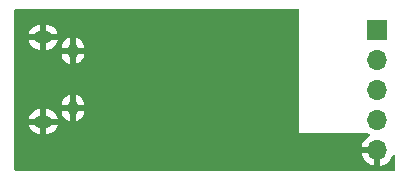
<source format=gbr>
%TF.GenerationSoftware,KiCad,Pcbnew,(6.0.7)*%
%TF.CreationDate,2023-01-05T18:35:14-05:00*%
%TF.ProjectId,Single_Li_Cell_Charger,53696e67-6c65-45f4-9c69-5f43656c6c5f,rev?*%
%TF.SameCoordinates,Original*%
%TF.FileFunction,Copper,L2,Bot*%
%TF.FilePolarity,Positive*%
%FSLAX46Y46*%
G04 Gerber Fmt 4.6, Leading zero omitted, Abs format (unit mm)*
G04 Created by KiCad (PCBNEW (6.0.7)) date 2023-01-05 18:35:14*
%MOMM*%
%LPD*%
G01*
G04 APERTURE LIST*
%TA.AperFunction,ComponentPad*%
%ADD10O,0.900000X1.300000*%
%TD*%
%TA.AperFunction,ComponentPad*%
%ADD11O,1.500000X1.100000*%
%TD*%
%TA.AperFunction,ComponentPad*%
%ADD12O,1.700000X1.700000*%
%TD*%
%TA.AperFunction,ComponentPad*%
%ADD13R,1.700000X1.700000*%
%TD*%
%TA.AperFunction,ViaPad*%
%ADD14C,0.800000*%
%TD*%
G04 APERTURE END LIST*
D10*
%TO.P,J1,6,Shield*%
%TO.N,-BATT*%
X22720000Y-21570000D03*
D11*
X20220000Y-27575000D03*
D10*
X22720000Y-26410000D03*
D11*
X20220000Y-20425000D03*
%TD*%
D12*
%TO.P,J4,5,Pin_5*%
%TO.N,-BATT*%
X48514000Y-29972000D03*
%TO.P,J4,4,Pin_4*%
%TO.N,/PROG*%
X48514000Y-27432000D03*
%TO.P,J4,3,Pin_3*%
%TO.N,/STAT*%
X48514000Y-24892000D03*
%TO.P,J4,2,Pin_2*%
%TO.N,+BATT*%
X48514000Y-22352000D03*
D13*
%TO.P,J4,1,Pin_1*%
%TO.N,VBUS*%
X48514000Y-19812000D03*
%TD*%
D14*
%TO.N,-BATT*%
X40995600Y-21945600D03*
X31242000Y-25908000D03*
X27940000Y-27432000D03*
%TD*%
%TA.AperFunction,Conductor*%
%TO.N,-BATT*%
G36*
X41852121Y-18054502D02*
G01*
X41898614Y-18108158D01*
X41910000Y-18160500D01*
X41910000Y-28575000D01*
X47741543Y-28575000D01*
X47809664Y-28595002D01*
X47856157Y-28648658D01*
X47866261Y-28718932D01*
X47836767Y-28783512D01*
X47799722Y-28812764D01*
X47792458Y-28816545D01*
X47783738Y-28822036D01*
X47613433Y-28949905D01*
X47605726Y-28956748D01*
X47458590Y-29110717D01*
X47452104Y-29118727D01*
X47332098Y-29294649D01*
X47327000Y-29303623D01*
X47237338Y-29496783D01*
X47233775Y-29506470D01*
X47178389Y-29706183D01*
X47179912Y-29714607D01*
X47192292Y-29718000D01*
X48642000Y-29718000D01*
X48710121Y-29738002D01*
X48756614Y-29791658D01*
X48768000Y-29844000D01*
X48768000Y-31290517D01*
X48772064Y-31304359D01*
X48785478Y-31306393D01*
X48792184Y-31305534D01*
X48802262Y-31303392D01*
X49006255Y-31242191D01*
X49015842Y-31238433D01*
X49207095Y-31144739D01*
X49215945Y-31139464D01*
X49389328Y-31015792D01*
X49397200Y-31009139D01*
X49548052Y-30858812D01*
X49554730Y-30850965D01*
X49679003Y-30678020D01*
X49684313Y-30669183D01*
X49778670Y-30478267D01*
X49782469Y-30468672D01*
X49790942Y-30440785D01*
X49829883Y-30381421D01*
X49894737Y-30352534D01*
X49964913Y-30363296D01*
X50018131Y-30410289D01*
X50037500Y-30477414D01*
X50037500Y-31623500D01*
X50017498Y-31691621D01*
X49963842Y-31738114D01*
X49911500Y-31749500D01*
X17906500Y-31749500D01*
X17838379Y-31729498D01*
X17791886Y-31675842D01*
X17780500Y-31623500D01*
X17780500Y-30239966D01*
X47182257Y-30239966D01*
X47212565Y-30374446D01*
X47215645Y-30384275D01*
X47295770Y-30581603D01*
X47300413Y-30590794D01*
X47411694Y-30772388D01*
X47417777Y-30780699D01*
X47557213Y-30941667D01*
X47564580Y-30948883D01*
X47728434Y-31084916D01*
X47736881Y-31090831D01*
X47920756Y-31198279D01*
X47930042Y-31202729D01*
X48129001Y-31278703D01*
X48138899Y-31281579D01*
X48242250Y-31302606D01*
X48256299Y-31301410D01*
X48260000Y-31291065D01*
X48260000Y-30244115D01*
X48255525Y-30228876D01*
X48254135Y-30227671D01*
X48246452Y-30226000D01*
X47197225Y-30226000D01*
X47183694Y-30229973D01*
X47182257Y-30239966D01*
X17780500Y-30239966D01*
X17780500Y-27840768D01*
X18995302Y-27840768D01*
X19032554Y-27967342D01*
X19037147Y-27978710D01*
X19127566Y-28151666D01*
X19134282Y-28161928D01*
X19256568Y-28314020D01*
X19265152Y-28322786D01*
X19414656Y-28448236D01*
X19424767Y-28455160D01*
X19595798Y-28549184D01*
X19607062Y-28554012D01*
X19793095Y-28613025D01*
X19805084Y-28615573D01*
X19951357Y-28631980D01*
X19963124Y-28628525D01*
X19964329Y-28627135D01*
X19966000Y-28619452D01*
X19966000Y-28614709D01*
X20474000Y-28614709D01*
X20478236Y-28629136D01*
X20490589Y-28631197D01*
X20620361Y-28618473D01*
X20632396Y-28616090D01*
X20819223Y-28559683D01*
X20830565Y-28555008D01*
X21002879Y-28463388D01*
X21013095Y-28456601D01*
X21164335Y-28333253D01*
X21173039Y-28324609D01*
X21297438Y-28174237D01*
X21304297Y-28164069D01*
X21397121Y-27992393D01*
X21401871Y-27981093D01*
X21443595Y-27846307D01*
X21443801Y-27832205D01*
X21437045Y-27829000D01*
X20492115Y-27829000D01*
X20476876Y-27833475D01*
X20475671Y-27834865D01*
X20474000Y-27842548D01*
X20474000Y-28614709D01*
X19966000Y-28614709D01*
X19966000Y-27847115D01*
X19961525Y-27831876D01*
X19960135Y-27830671D01*
X19952452Y-27829000D01*
X19009953Y-27829000D01*
X18996422Y-27832973D01*
X18995302Y-27840768D01*
X17780500Y-27840768D01*
X17780500Y-27317795D01*
X18996199Y-27317795D01*
X19002955Y-27321000D01*
X19947885Y-27321000D01*
X19963124Y-27316525D01*
X19964329Y-27315135D01*
X19966000Y-27307452D01*
X19966000Y-27302885D01*
X20474000Y-27302885D01*
X20478475Y-27318124D01*
X20479865Y-27319329D01*
X20487548Y-27321000D01*
X21430047Y-27321000D01*
X21443578Y-27317027D01*
X21444698Y-27309232D01*
X21407446Y-27182658D01*
X21402853Y-27171290D01*
X21312434Y-26998334D01*
X21305718Y-26988072D01*
X21183432Y-26835980D01*
X21174848Y-26827214D01*
X21025344Y-26701764D01*
X21015233Y-26694840D01*
X20989503Y-26680695D01*
X21764240Y-26680695D01*
X21776082Y-26797277D01*
X21778636Y-26809717D01*
X21833016Y-26983244D01*
X21838025Y-26994932D01*
X21926187Y-27153979D01*
X21933438Y-27164412D01*
X22051785Y-27302491D01*
X22060976Y-27311244D01*
X22204680Y-27422711D01*
X22215440Y-27429435D01*
X22378625Y-27509732D01*
X22390519Y-27514155D01*
X22448470Y-27529251D01*
X22462564Y-27528817D01*
X22466000Y-27520636D01*
X22466000Y-27519229D01*
X22974000Y-27519229D01*
X22977973Y-27532760D01*
X22984075Y-27533637D01*
X23136136Y-27477690D01*
X23147549Y-27472123D01*
X23302108Y-27376292D01*
X23312174Y-27368540D01*
X23444303Y-27243592D01*
X23452605Y-27233974D01*
X23556908Y-27085013D01*
X23563108Y-27073919D01*
X23635332Y-26907020D01*
X23639171Y-26894917D01*
X23676675Y-26715400D01*
X23677915Y-26705848D01*
X23678000Y-26702616D01*
X23678000Y-26682115D01*
X23673525Y-26666876D01*
X23672135Y-26665671D01*
X23664452Y-26664000D01*
X22992115Y-26664000D01*
X22976876Y-26668475D01*
X22975671Y-26669865D01*
X22974000Y-26677548D01*
X22974000Y-27519229D01*
X22466000Y-27519229D01*
X22466000Y-26682115D01*
X22461525Y-26666876D01*
X22460135Y-26665671D01*
X22452452Y-26664000D01*
X21780659Y-26664000D01*
X21766299Y-26668216D01*
X21764240Y-26680695D01*
X20989503Y-26680695D01*
X20844202Y-26600816D01*
X20832938Y-26595988D01*
X20646905Y-26536975D01*
X20634916Y-26534427D01*
X20488643Y-26518020D01*
X20476876Y-26521475D01*
X20475671Y-26522865D01*
X20474000Y-26530548D01*
X20474000Y-27302885D01*
X19966000Y-27302885D01*
X19966000Y-26535291D01*
X19961764Y-26520864D01*
X19949411Y-26518803D01*
X19819639Y-26531527D01*
X19807604Y-26533910D01*
X19620777Y-26590317D01*
X19609435Y-26594992D01*
X19437121Y-26686612D01*
X19426905Y-26693399D01*
X19275665Y-26816747D01*
X19266961Y-26825391D01*
X19142562Y-26975763D01*
X19135703Y-26985931D01*
X19042879Y-27157607D01*
X19038129Y-27168907D01*
X18996405Y-27303693D01*
X18996199Y-27317795D01*
X17780500Y-27317795D01*
X17780500Y-26137885D01*
X21762000Y-26137885D01*
X21766475Y-26153124D01*
X21767865Y-26154329D01*
X21775548Y-26156000D01*
X22447885Y-26156000D01*
X22463124Y-26151525D01*
X22464329Y-26150135D01*
X22466000Y-26142452D01*
X22466000Y-26137885D01*
X22974000Y-26137885D01*
X22978475Y-26153124D01*
X22979865Y-26154329D01*
X22987548Y-26156000D01*
X23659341Y-26156000D01*
X23673701Y-26151784D01*
X23675760Y-26139305D01*
X23663918Y-26022723D01*
X23661364Y-26010283D01*
X23606984Y-25836756D01*
X23601975Y-25825068D01*
X23513813Y-25666021D01*
X23506562Y-25655588D01*
X23388215Y-25517509D01*
X23379024Y-25508756D01*
X23235320Y-25397289D01*
X23224560Y-25390565D01*
X23061375Y-25310268D01*
X23049481Y-25305845D01*
X22991530Y-25290749D01*
X22977436Y-25291183D01*
X22974000Y-25299364D01*
X22974000Y-26137885D01*
X22466000Y-26137885D01*
X22466000Y-25300771D01*
X22462027Y-25287240D01*
X22455925Y-25286363D01*
X22303864Y-25342310D01*
X22292451Y-25347877D01*
X22137892Y-25443708D01*
X22127826Y-25451460D01*
X21995697Y-25576408D01*
X21987395Y-25586026D01*
X21883092Y-25734987D01*
X21876892Y-25746081D01*
X21804668Y-25912980D01*
X21800829Y-25925083D01*
X21763325Y-26104600D01*
X21762085Y-26114152D01*
X21762000Y-26117384D01*
X21762000Y-26137885D01*
X17780500Y-26137885D01*
X17780500Y-21840695D01*
X21764240Y-21840695D01*
X21776082Y-21957277D01*
X21778636Y-21969717D01*
X21833016Y-22143244D01*
X21838025Y-22154932D01*
X21926187Y-22313979D01*
X21933438Y-22324412D01*
X22051785Y-22462491D01*
X22060976Y-22471244D01*
X22204680Y-22582711D01*
X22215440Y-22589435D01*
X22378625Y-22669732D01*
X22390519Y-22674155D01*
X22448470Y-22689251D01*
X22462564Y-22688817D01*
X22466000Y-22680636D01*
X22466000Y-22679229D01*
X22974000Y-22679229D01*
X22977973Y-22692760D01*
X22984075Y-22693637D01*
X23136136Y-22637690D01*
X23147549Y-22632123D01*
X23302108Y-22536292D01*
X23312174Y-22528540D01*
X23444303Y-22403592D01*
X23452605Y-22393974D01*
X23556908Y-22245013D01*
X23563108Y-22233919D01*
X23635332Y-22067020D01*
X23639171Y-22054917D01*
X23676675Y-21875400D01*
X23677915Y-21865848D01*
X23678000Y-21862616D01*
X23678000Y-21842115D01*
X23673525Y-21826876D01*
X23672135Y-21825671D01*
X23664452Y-21824000D01*
X22992115Y-21824000D01*
X22976876Y-21828475D01*
X22975671Y-21829865D01*
X22974000Y-21837548D01*
X22974000Y-22679229D01*
X22466000Y-22679229D01*
X22466000Y-21842115D01*
X22461525Y-21826876D01*
X22460135Y-21825671D01*
X22452452Y-21824000D01*
X21780659Y-21824000D01*
X21766299Y-21828216D01*
X21764240Y-21840695D01*
X17780500Y-21840695D01*
X17780500Y-20690768D01*
X18995302Y-20690768D01*
X19032554Y-20817342D01*
X19037147Y-20828710D01*
X19127566Y-21001666D01*
X19134282Y-21011928D01*
X19256568Y-21164020D01*
X19265152Y-21172786D01*
X19414656Y-21298236D01*
X19424767Y-21305160D01*
X19595798Y-21399184D01*
X19607062Y-21404012D01*
X19793095Y-21463025D01*
X19805084Y-21465573D01*
X19951357Y-21481980D01*
X19963124Y-21478525D01*
X19964329Y-21477135D01*
X19966000Y-21469452D01*
X19966000Y-21464709D01*
X20474000Y-21464709D01*
X20478236Y-21479136D01*
X20490589Y-21481197D01*
X20620361Y-21468473D01*
X20632396Y-21466090D01*
X20819223Y-21409683D01*
X20830565Y-21405008D01*
X21002879Y-21313388D01*
X21013095Y-21306601D01*
X21023782Y-21297885D01*
X21762000Y-21297885D01*
X21766475Y-21313124D01*
X21767865Y-21314329D01*
X21775548Y-21316000D01*
X22447885Y-21316000D01*
X22463124Y-21311525D01*
X22464329Y-21310135D01*
X22466000Y-21302452D01*
X22466000Y-21297885D01*
X22974000Y-21297885D01*
X22978475Y-21313124D01*
X22979865Y-21314329D01*
X22987548Y-21316000D01*
X23659341Y-21316000D01*
X23673701Y-21311784D01*
X23675760Y-21299305D01*
X23663918Y-21182723D01*
X23661364Y-21170283D01*
X23606984Y-20996756D01*
X23601975Y-20985068D01*
X23513813Y-20826021D01*
X23506562Y-20815588D01*
X23388215Y-20677509D01*
X23379024Y-20668756D01*
X23235320Y-20557289D01*
X23224560Y-20550565D01*
X23061375Y-20470268D01*
X23049481Y-20465845D01*
X22991530Y-20450749D01*
X22977436Y-20451183D01*
X22974000Y-20459364D01*
X22974000Y-21297885D01*
X22466000Y-21297885D01*
X22466000Y-20460771D01*
X22462027Y-20447240D01*
X22455925Y-20446363D01*
X22303864Y-20502310D01*
X22292451Y-20507877D01*
X22137892Y-20603708D01*
X22127826Y-20611460D01*
X21995697Y-20736408D01*
X21987395Y-20746026D01*
X21883092Y-20894987D01*
X21876892Y-20906081D01*
X21804668Y-21072980D01*
X21800829Y-21085083D01*
X21763325Y-21264600D01*
X21762085Y-21274152D01*
X21762000Y-21277384D01*
X21762000Y-21297885D01*
X21023782Y-21297885D01*
X21164335Y-21183253D01*
X21173039Y-21174609D01*
X21297438Y-21024237D01*
X21304297Y-21014069D01*
X21397121Y-20842393D01*
X21401871Y-20831093D01*
X21443595Y-20696307D01*
X21443801Y-20682205D01*
X21437045Y-20679000D01*
X20492115Y-20679000D01*
X20476876Y-20683475D01*
X20475671Y-20684865D01*
X20474000Y-20692548D01*
X20474000Y-21464709D01*
X19966000Y-21464709D01*
X19966000Y-20697115D01*
X19961525Y-20681876D01*
X19960135Y-20680671D01*
X19952452Y-20679000D01*
X19009953Y-20679000D01*
X18996422Y-20682973D01*
X18995302Y-20690768D01*
X17780500Y-20690768D01*
X17780500Y-20167795D01*
X18996199Y-20167795D01*
X19002955Y-20171000D01*
X19947885Y-20171000D01*
X19963124Y-20166525D01*
X19964329Y-20165135D01*
X19966000Y-20157452D01*
X19966000Y-20152885D01*
X20474000Y-20152885D01*
X20478475Y-20168124D01*
X20479865Y-20169329D01*
X20487548Y-20171000D01*
X21430047Y-20171000D01*
X21443578Y-20167027D01*
X21444698Y-20159232D01*
X21407446Y-20032658D01*
X21402853Y-20021290D01*
X21312434Y-19848334D01*
X21305718Y-19838072D01*
X21183432Y-19685980D01*
X21174848Y-19677214D01*
X21025344Y-19551764D01*
X21015233Y-19544840D01*
X20844202Y-19450816D01*
X20832938Y-19445988D01*
X20646905Y-19386975D01*
X20634916Y-19384427D01*
X20488643Y-19368020D01*
X20476876Y-19371475D01*
X20475671Y-19372865D01*
X20474000Y-19380548D01*
X20474000Y-20152885D01*
X19966000Y-20152885D01*
X19966000Y-19385291D01*
X19961764Y-19370864D01*
X19949411Y-19368803D01*
X19819639Y-19381527D01*
X19807604Y-19383910D01*
X19620777Y-19440317D01*
X19609435Y-19444992D01*
X19437121Y-19536612D01*
X19426905Y-19543399D01*
X19275665Y-19666747D01*
X19266961Y-19675391D01*
X19142562Y-19825763D01*
X19135703Y-19835931D01*
X19042879Y-20007607D01*
X19038129Y-20018907D01*
X18996405Y-20153693D01*
X18996199Y-20167795D01*
X17780500Y-20167795D01*
X17780500Y-18160500D01*
X17800502Y-18092379D01*
X17854158Y-18045886D01*
X17906500Y-18034500D01*
X41784000Y-18034500D01*
X41852121Y-18054502D01*
G37*
%TD.AperFunction*%
%TD*%
M02*

</source>
